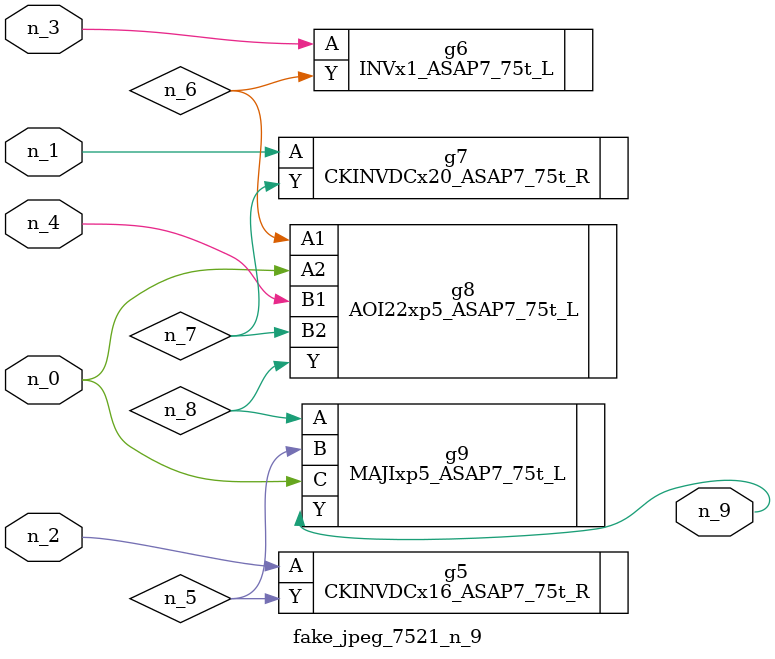
<source format=v>
module fake_jpeg_7521_n_9 (n_3, n_2, n_1, n_0, n_4, n_9);

input n_3;
input n_2;
input n_1;
input n_0;
input n_4;

output n_9;

wire n_8;
wire n_6;
wire n_5;
wire n_7;

CKINVDCx16_ASAP7_75t_R g5 ( 
.A(n_2),
.Y(n_5)
);

INVx1_ASAP7_75t_L g6 ( 
.A(n_3),
.Y(n_6)
);

CKINVDCx20_ASAP7_75t_R g7 ( 
.A(n_1),
.Y(n_7)
);

AOI22xp5_ASAP7_75t_L g8 ( 
.A1(n_6),
.A2(n_0),
.B1(n_4),
.B2(n_7),
.Y(n_8)
);

MAJIxp5_ASAP7_75t_L g9 ( 
.A(n_8),
.B(n_5),
.C(n_0),
.Y(n_9)
);


endmodule
</source>
